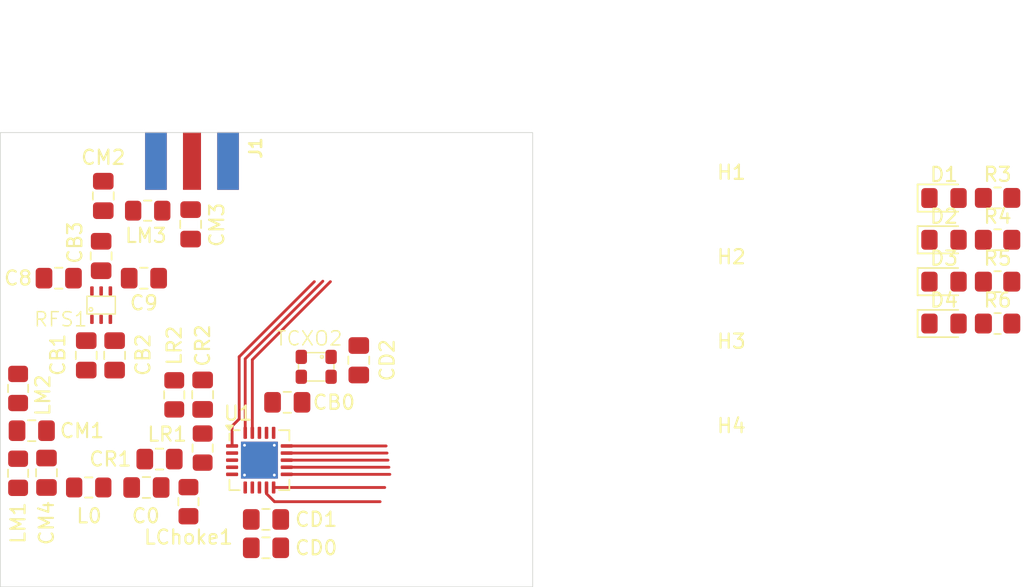
<source format=kicad_pcb>
(kicad_pcb (version 20240108) (generator "pcbnew") (generator_version "8.0")
  (layers (0 "F.Cu" signal) (31 "B.Cu" signal) (34 "B.Paste" user) (35 "F.Paste" user) (36 "B.SilkS" user "B.Silkscreen") (37 "F.SilkS" user "F.Silkscreen") (38 "B.Mask" user) (39 "F.Mask" user) (44 "Edge.Cuts" user))
  (net 0 "")
  (net 1 "TX")
  (net 2 "Net-(C0-Pad2)")
  (net 3 "RF2")
  (net 4 "Net-(RFS1-RF2)")
  (net 5 "RF1")
  (net 6 "Net-(RFS1-RF1)")
  (net 7 "Net-(RFS1-RFC)")
  (net 8 "+3.3V")
  (net 9 "XO_IN")
  (net 10 "Net-(TCXO2-OUTPUT)")
  (net 11 "GPIO3")
  (net 12 "GPIO2")
  (net 13 "Net-(CM1-Pad1)")
  (net 14 "Net-(J1-In)")
  (net 15 "Net-(CM4-Pad1)")
  (net 16 "RXn")
  (net 17 "RXp")
  (net 18 "CS")
  (net 19 "Net-(D1-A)")
  (net 20 "IRQ")
  (net 21 "Net-(D2-A)")
  (net 22 "Net-(D3-A)")
  (net 23 "SDN")
  (net 24 "Net-(D4-A)")
  (net 25 "GPIO0")
  (net 26 "GPIO1")
  (net 27 "SCLK")
  (net 28 "MISO")
  (net 29 "MOSI")
  (net 34 "GND")
  (net 35 "Net-(CB3-Pad2)")
  (footprint "Inductor_SMD:L_0805_2012Metric_Pad1.15x1.40mm_HandSolder" (layer "F.Cu") (at 109.75 95.775 90)
    (property "Reference" "LM2" (at -0.475 1.75 90) (layer "F.SilkS"))
    (property "Value" "56nH" (hide yes))
    (fp_line (start -0.261252 -0.71) (end 0.261252 -0.71) (stroke (width 0.12)) (layer "F.SilkS"))
    (fp_line (start -0.261252 0.71) (end 0.261252 0.71) (stroke (width 0.12)) (layer "F.SilkS"))
    (pad "1" smd roundrect (at -1.025 0 90) (size 1.15 1.4) (layers "F.Cu" "F.Paste" "F.Mask") (roundrect_rratio 0.217391) (net 13 "Net-(CM1-Pad1)"))
    (pad "2" smd roundrect (at 1.025 0 90) (size 1.15 1.4) (layers "F.Cu" "F.Paste" "F.Mask") (roundrect_rratio 0.217391) (net 3 "RF2"))
  )
  (footprint "MountingHole:MountingHole_2.2mm_M2" (layer "F.Cu") (at 160 95.65)
    (property "Reference" "H3" (at 0 -3.2 0) (layer "F.SilkS"))
    (property "Value" "MountingHole")
    (pad "" np_thru_hole circle (at 0 0) (size 2.2 2.2) (drill 2.2) (layers "*.Cu" "*.Mask"))
  )
  (footprint "Capacitor_SMD:C_0805_2012Metric_Pad1.18x1.45mm_HandSolder" (layer "F.Cu") (at 115.75 82.2125 90)
    (property "Reference" "CM2" (at 2.7125 0 180) (layer "F.SilkS"))
    (property "Value" "22pF" (hide yes))
    (fp_line (start -0.261252 -0.735) (end 0.261252 -0.735) (stroke (width 0.12)) (layer "F.SilkS"))
    (fp_line (start -0.261252 0.735) (end 0.261252 0.735) (stroke (width 0.12)) (layer "F.SilkS"))
    (pad "1" smd roundrect (at -1.0375 0 90) (size 1.175 1.45) (layers "F.Cu" "F.Paste" "F.Mask") (roundrect_rratio 0.212766) (net 35 "Net-(CB3-Pad2)"))
    (pad "2" smd roundrect (at 1.0375 0 90) (size 1.175 1.45) (layers "F.Cu" "F.Paste" "F.Mask") (roundrect_rratio 0.212766) (net 34 "GND"))
  )
  (footprint "Avionics:CG2409M2" (layer "F.Cu") (at 115.6 89.90455 90)
    (property "Reference" "RFS1" (at -1 -2.85 0) (layer "F.SilkS") (effects (font (thickness 0.1))))
    (property "Value" "CG2409M2" (hide yes))
    (fp_rect (start -0.625 -1) (end 0.625 1) (stroke (width 0.1)) (fill none) (layer "F.SilkS"))
    (fp_circle (center -0.3 -0.725) (end -0.175 -0.725) (stroke (width 0.1)) (fill none) (layer "F.SilkS"))
    (pad "1" smd roundrect (at -1 -0.65 90) (size 0.65 0.25) (layers "F.Cu" "F.Paste" "F.Mask") (net 6 "Net-(RFS1-RF1)"))
    (pad "2" smd roundrect (at -1 0 90) (size 0.65 0.25) (layers "F.Cu" "F.Paste" "F.Mask") (net 34 "GND"))
    (pad "3" smd roundrect (at -1 0.65 90) (size 0.65 0.25) (layers "F.Cu" "F.Paste" "F.Mask") (net 4 "Net-(RFS1-RF2)"))
    (pad "4" smd roundrect (at 1 0.65 90) (size 0.65 0.25) (layers "F.Cu" "F.Paste" "F.Mask") (net 12 "GPIO2"))
    (pad "5" smd roundrect (at 1 0 90) (size 0.65 0.25) (layers "F.Cu" "F.Paste" "F.Mask") (net 7 "Net-(RFS1-RFC)"))
    (pad "6" smd roundrect (at 1 -0.65 90) (size 0.65 0.25) (layers "F.Cu" "F.Paste" "F.Mask") (net 11 "GPIO3"))
  )
  (footprint "Capacitor_SMD:C_0805_2012Metric_Pad1.18x1.45mm_HandSolder" (layer "F.Cu") (at 114.55 93.44205 -90)
    (property "Reference" "CB1" (at -0.0375 2 90) (layer "F.SilkS"))
    (property "Value" "1u" (hide yes))
    (fp_line (start -0.261252 0.735) (end 0.261252 0.735) (stroke (width 0.12)) (layer "F.SilkS"))
    (fp_line (start -0.261252 -0.735) (end 0.261252 -0.735) (stroke (width 0.12)) (layer "F.SilkS"))
    (pad "1" smd roundrect (at -1.0375 0 270) (size 1.175 1.45) (layers "F.Cu" "F.Paste" "F.Mask") (roundrect_rratio 0.212766) (net 6 "Net-(RFS1-RF1)"))
    (pad "2" smd roundrect (at 1.0375 0 270) (size 1.175 1.45) (layers "F.Cu" "F.Paste" "F.Mask") (roundrect_rratio 0.212766) (net 5 "RF1"))
  )
  (footprint "MountingHole:MountingHole_2.2mm_M2" (layer "F.Cu") (at 160 89.7)
    (property "Reference" "H2" (at 0 -3.2 0) (layer "F.SilkS"))
    (property "Value" "MountingHole")
    (pad "" np_thru_hole circle (at 0 0) (size 2.2 2.2) (drill 2.2) (layers "*.Cu" "*.Mask"))
  )
  (footprint "LED_SMD:LED_0805_2012Metric_Pad1.15x1.40mm_HandSolder" (layer "F.Cu") (at 174.975 82.36)
    (property "Reference" "D1" (at 0 -1.65 0) (layer "F.SilkS"))
    (property "Value" "LED")
    (fp_line (start -1.86 -0.96) (end -1.86 0.96) (stroke (width 0.12)) (layer "F.SilkS"))
    (fp_line (start -1.86 0.96) (end 1 0.96) (stroke (width 0.12)) (layer "F.SilkS"))
    (fp_line (start 1 -0.96) (end -1.86 -0.96) (stroke (width 0.12)) (layer "F.SilkS"))
    (pad "1" smd roundrect (at -1.025 0) (size 1.15 1.4) (layers "F.Cu" "F.Paste" "F.Mask") (roundrect_rratio 0.217391) (net 18 "CS"))
    (pad "2" smd roundrect (at 1.025 0) (size 1.15 1.4) (layers "F.Cu" "F.Paste" "F.Mask") (roundrect_rratio 0.217391) (net 19 "Net-(D1-A)"))
  )
  (footprint "Resistor_SMD:R_0805_2012Metric_Pad1.20x1.40mm_HandSolder" (layer "F.Cu") (at 178.75 82.35)
    (property "Reference" "R3" (at 0 -1.65 0) (layer "F.SilkS"))
    (property "Value" "1k")
    (fp_line (start -0.227064 -0.735) (end 0.227064 -0.735) (stroke (width 0.12)) (layer "F.SilkS"))
    (fp_line (start -0.227064 0.735) (end 0.227064 0.735) (stroke (width 0.12)) (layer "F.SilkS"))
    (pad "1" smd roundrect (at -1 0) (size 1.2 1.4) (layers "F.Cu" "F.Paste" "F.Mask") (roundrect_rratio 0.208333) (net 19 "Net-(D1-A)"))
    (pad "2" smd roundrect (at 1 0) (size 1.2 1.4) (layers "F.Cu" "F.Paste" "F.Mask") (roundrect_rratio 0.208333) (net 34 "GND"))
  )
  (footprint "Package_DFN_QFN:QFN-20-1EP_4x4mm_P0.5mm_EP2.6x2.6mm_ThermalVias" (layer "F.Cu") (at 126.75 100.825)
    (property "Reference" "U1" (at -1.5 -3.3 0) (layer "F.SilkS"))
    (property "Value" "Si4463" (hide yes))
    (fp_line (start -2.11 -1.385) (end -2.11 -1.87) (stroke (width 0.12)) (layer "F.SilkS"))
    (fp_line (start -2.11 2.11) (end -2.11 1.385) (stroke (width 0.12)) (layer "F.SilkS"))
    (fp_line (start -1.385 -2.11) (end -1.81 -2.11) (stroke (width 0.12)) (layer "F.SilkS"))
    (fp_line (start -1.385 2.11) (end -2.11 2.11) (stroke (width 0.12)) (layer "F.SilkS"))
    (fp_line (start 1.385 -2.11) (end 2.11 -2.11) (stroke (width 0.12)) (layer "F.SilkS"))
    (fp_line (start 1.385 2.11) (end 2.11 2.11) (stroke (width 0.12)) (layer "F.SilkS"))
    (fp_line (start 2.11 -2.11) (end 2.11 -1.385) (stroke (width 0.12)) (layer "F.SilkS"))
    (fp_line (start 2.11 2.11) (end 2.11 1.385) (stroke (width 0.12)) (layer "F.SilkS"))
    (fp_poly (pts (xy -2.11 -2.11) (xy -2.35 -2.44) (xy -1.87 -2.44) (xy -2.11 -2.11)) (stroke (width 0.12)) (fill solid) (layer "F.SilkS"))
    (pad "1" smd roundrect (at -1.925 -1) (size 0.85 0.25) (layers "F.Cu" "F.Paste" "F.Mask") (net 23 "SDN"))
    (pad "2" smd roundrect (at -1.925 -0.5) (size 0.85 0.25) (layers "F.Cu" "F.Paste" "F.Mask") (net 17 "RXp"))
    (pad "3" smd roundrect (at -1.925 0) (size 0.85 0.25) (layers "F.Cu" "F.Paste" "F.Mask") (net 16 "RXn"))
    (pad "4" smd roundrect (at -1.925 0.5) (size 0.85 0.25) (layers "F.Cu" "F.Paste" "F.Mask") (net 1 "TX"))
    (pad "5" smd roundrect (at -1.925 1) (size 0.85 0.25) (layers "F.Cu" "F.Paste" "F.Mask"))
    (pad "6" smd roundrect (at -1 1.925) (size 0.25 0.85) (layers "F.Cu" "F.Paste" "F.Mask") (net 8 "+3.3V"))
    (pad "7" smd roundrect (at -0.5 1.925) (size 0.25 0.85) (layers "F.Cu" "F.Paste" "F.Mask"))
    (pad "8" smd roundrect (at 0 1.925) (size 0.25 0.85) (layers "F.Cu" "F.Paste" "F.Mask") (net 8 "+3.3V"))
    (pad "9" smd roundrect (at 0.5 1.925) (size 0.25 0.85) (layers "F.Cu" "F.Paste" "F.Mask") (net 25 "GPIO0"))
    (pad "10" smd roundrect (at 1 1.925) (size 0.25 0.85) (layers "F.Cu" "F.Paste" "F.Mask") (net 26 "GPIO1"))
    (pad "11" smd roundrect (at 1.925 1) (size 0.85 0.25) (layers "F.Cu" "F.Paste" "F.Mask") (net 20 "IRQ"))
    (pad "12" smd roundrect (at 1.925 0.5) (size 0.85 0.25) (layers "F.Cu" "F.Paste" "F.Mask") (net 27 "SCLK"))
    (pad "13" smd roundrect (at 1.925 0) (size 0.85 0.25) (layers "F.Cu" "F.Paste" "F.Mask") (net 28 "MISO"))
    (pad "14" smd roundrect (at 1.925 -0.5) (size 0.85 0.25) (layers "F.Cu" "F.Paste" "F.Mask") (net 29 "MOSI"))
    (pad "15" smd roundrect (at 1.925 -1) (size 0.85 0.25) (layers "F.Cu" "F.Paste" "F.Mask") (net 18 "CS"))
    (pad "16" smd roundrect (at 1 -1.925) (size 0.25 0.85) (layers "F.Cu" "F.Paste" "F.Mask"))
    (pad "17" smd roundrect (at 0.5 -1.925) (size 0.25 0.85) (layers "F.Cu" "F.Paste" "F.Mask") (net 9 "XO_IN"))
    (pad "18" smd roundrect (at 0 -1.925) (size 0.25 0.85) (layers "F.Cu" "F.Paste" "F.Mask") (net 34 "GND"))
    (pad "19" smd roundrect (at -0.5 -1.925) (size 0.25 0.85) (layers "F.Cu" "F.Paste" "F.Mask") (net 12 "GPIO2"))
    (pad "20" smd roundrect (at -1 -1.925) (size 0.25 0.85) (layers "F.Cu" "F.Paste" "F.Mask") (net 11 "GPIO3"))
    (pad "21" thru_hole circle (at -1.05 -1.05) (size 0.5 0.5) (drill 0.2) (property pad_prop_heatsink) (layers "*.Cu") (net 34 "GND"))
    (pad "21" thru_hole circle (at -1.05 1.05) (size 0.5 0.5) (drill 0.2) (property pad_prop_heatsink) (layers "*.Cu") (net 34 "GND"))
    (pad "21" smd rect (at 0 0) (size 2.6 2.6) (property pad_prop_heatsink) (layers "F.Cu" "F.Mask") (net 34 "GND"))
    (pad "21" smd rect (at 0 0) (size 2.6 2.6) (property pad_prop_heatsink) (layers "B.Cu") (net 34 "GND"))
    (pad "21" thru_hole circle (at 1.05 -1.05) (size 0.5 0.5) (drill 0.2) (property pad_prop_heatsink) (layers "*.Cu") (net 34 "GND"))
    (pad "21" thru_hole circle (at 1.05 1.05) (size 0.5 0.5) (drill 0.2) (property pad_prop_heatsink) (layers "*.Cu") (net 34 "GND"))
  )
  (footprint "Capacitor_SMD:C_0805_2012Metric_Pad1.18x1.45mm_HandSolder" (layer "F.Cu") (at 110.7125 98.75)
    (property "Reference" "CM1" (at 3.5375 0 0) (layer "F.SilkS"))
    (property "Value" "4.7pF" (hide yes))
    (fp_line (start -0.261252 -0.735) (end 0.261252 -0.735) (stroke (width 0.12)) (layer "F.SilkS"))
    (fp_line (start -0.261252 0.735) (end 0.261252 0.735) (stroke (width 0.12)) (layer "F.SilkS"))
    (pad "1" smd roundrect (at -1.0375 0) (size 1.175 1.45) (layers "F.Cu" "F.Paste" "F.Mask") (roundrect_rratio 0.212766) (net 13 "Net-(CM1-Pad1)"))
    (pad "2" smd roundrect (at 1.0375 0) (size 1.175 1.45) (layers "F.Cu" "F.Paste" "F.Mask") (roundrect_rratio 0.212766) (net 34 "GND"))
  )
  (footprint "LED_SMD:LED_0805_2012Metric_Pad1.15x1.40mm_HandSolder" (layer "F.Cu") (at 174.975 91.2)
    (property "Reference" "D4" (at 0 -1.65 0) (layer "F.SilkS"))
    (property "Value" "LED")
    (fp_line (start -1.86 -0.96) (end -1.86 0.96) (stroke (width 0.12)) (layer "F.SilkS"))
    (fp_line (start -1.86 0.96) (end 1 0.96) (stroke (width 0.12)) (layer "F.SilkS"))
    (fp_line (start 1 -0.96) (end -1.86 -0.96) (stroke (width 0.12)) (layer "F.SilkS"))
    (pad "1" smd roundrect (at -1.025 0) (size 1.15 1.4) (layers "F.Cu" "F.Paste" "F.Mask") (roundrect_rratio 0.217391) (net 8 "+3.3V"))
    (pad "2" smd roundrect (at 1.025 0) (size 1.15 1.4) (layers "F.Cu" "F.Paste" "F.Mask") (roundrect_rratio 0.217391) (net 24 "Net-(D4-A)"))
  )
  (footprint "Capacitor_SMD:C_0805_2012Metric_Pad1.18x1.45mm_HandSolder" (layer "F.Cu") (at 127.2125 105 180)
    (property "Reference" "CD1" (at -3.5375 0 0) (layer "F.SilkS"))
    (property "Value" "10uF" (hide yes))
    (fp_line (start -0.261252 0.735) (end 0.261252 0.735) (stroke (width 0.12)) (layer "F.SilkS"))
    (fp_line (start -0.261252 -0.735) (end 0.261252 -0.735) (stroke (width 0.12)) (layer "F.SilkS"))
    (pad "1" smd roundrect (at -1.0375 0 180) (size 1.175 1.45) (layers "F.Cu" "F.Paste" "F.Mask") (roundrect_rratio 0.212766) (net 34 "GND"))
    (pad "2" smd roundrect (at 1.0375 0 180) (size 1.175 1.45) (layers "F.Cu" "F.Paste" "F.Mask") (roundrect_rratio 0.212766) (net 8 "+3.3V"))
  )
  (footprint "Capacitor_SMD:C_0805_2012Metric_Pad1.18x1.45mm_HandSolder" (layer "F.Cu") (at 127.2125 107 180)
    (property "Reference" "CD0" (at -3.5375 0 0) (layer "F.SilkS"))
    (property "Value" "10uF" (hide yes))
    (fp_line (start -0.261252 0.735) (end 0.261252 0.735) (stroke (width 0.12)) (layer "F.SilkS"))
    (fp_line (start -0.261252 -0.735) (end 0.261252 -0.735) (stroke (width 0.12)) (layer "F.SilkS"))
    (pad "1" smd roundrect (at -1.0375 0 180) (size 1.175 1.45) (layers "F.Cu" "F.Paste" "F.Mask") (roundrect_rratio 0.212766) (net 34 "GND"))
    (pad "2" smd roundrect (at 1.0375 0 180) (size 1.175 1.45) (layers "F.Cu" "F.Paste" "F.Mask") (roundrect_rratio 0.212766) (net 8 "+3.3V"))
  )
  (footprint "Resistor_SMD:R_0805_2012Metric_Pad1.20x1.40mm_HandSolder" (layer "F.Cu") (at 178.75 85.3)
    (property "Reference" "R4" (at 0 -1.65 0) (layer "F.SilkS"))
    (property "Value" "1k")
    (fp_line (start -0.227064 -0.735) (end 0.227064 -0.735) (stroke (width 0.12)) (layer "F.SilkS"))
    (fp_line (start -0.227064 0.735) (end 0.227064 0.735) (stroke (width 0.12)) (layer "F.SilkS"))
    (pad "1" smd roundrect (at -1 0) (size 1.2 1.4) (layers "F.Cu" "F.Paste" "F.Mask") (roundrect_rratio 0.208333) (net 21 "Net-(D2-A)"))
    (pad "2" smd roundrect (at 1 0) (size 1.2 1.4) (layers "F.Cu" "F.Paste" "F.Mask") (roundrect_rratio 0.208333) (net 34 "GND"))
  )
  (footprint "Capacitor_SMD:C_0805_2012Metric_Pad1.18x1.45mm_HandSolder" (layer "F.Cu") (at 111.75 101.7125 90)
    (property "Reference" "CM4" (at -3.5375 0 90) (layer "F.SilkS"))
    (property "Value" "15pF" (hide yes))
    (fp_line (start -0.261252 -0.735) (end 0.261252 -0.735) (stroke (width 0.12)) (layer "F.SilkS"))
    (fp_line (start -0.261252 0.735) (end 0.261252 0.735) (stroke (width 0.12)) (layer "F.SilkS"))
    (pad "1" smd roundrect (at -1.0375 0 90) (size 1.175 1.45) (layers "F.Cu" "F.Paste" "F.Mask") (roundrect_rratio 0.212766) (net 15 "Net-(CM4-Pad1)"))
    (pad "2" smd roundrect (at 1.0375 0 90) (size 1.175 1.45) (layers "F.Cu" "F.Paste" "F.Mask") (roundrect_rratio 0.212766) (net 34 "GND"))
  )
  (footprint "Resistor_SMD:R_0805_2012Metric_Pad1.20x1.40mm_HandSolder" (layer "F.Cu") (at 178.75 88.25)
    (property "Reference" "R5" (at 0 -1.65 0) (layer "F.SilkS"))
    (property "Value" "1k")
    (fp_line (start -0.227064 -0.735) (end 0.227064 -0.735) (stroke (width 0.12)) (layer "F.SilkS"))
    (fp_line (start -0.227064 0.735) (end 0.227064 0.735) (stroke (width 0.12)) (layer "F.SilkS"))
    (pad "1" smd roundrect (at -1 0) (size 1.2 1.4) (layers "F.Cu" "F.Paste" "F.Mask") (roundrect_rratio 0.208333) (net 22 "Net-(D3-A)"))
    (pad "2" smd roundrect (at 1 0) (size 1.2 1.4) (layers "F.Cu" "F.Paste" "F.Mask") (roundrect_rratio 0.208333) (net 34 "GND"))
  )
  (footprint "Capacitor_SMD:C_0805_2012Metric_Pad1.18x1.45mm_HandSolder" (layer "F.Cu") (at 128.7125 96.75)
    (property "Reference" "CB0" (at 3.2875 0 0) (layer "F.SilkS"))
    (property "Value" "10nF" (hide yes))
    (fp_line (start -0.261252 -0.735) (end 0.261252 -0.735) (stroke (width 0.12)) (layer "F.SilkS"))
    (fp_line (start -0.261252 0.735) (end 0.261252 0.735) (stroke (width 0.12)) (layer "F.SilkS"))
    (pad "1" smd roundrect (at -1.0375 0) (size 1.175 1.45) (layers "F.Cu" "F.Paste" "F.Mask") (roundrect_rratio 0.212766) (net 9 "XO_IN"))
    (pad "2" smd roundrect (at 1.0375 0) (size 1.175 1.45) (layers "F.Cu" "F.Paste" "F.Mask") (roundrect_rratio 0.212766) (net 10 "Net-(TCXO2-OUTPUT)"))
  )
  (footprint "Inductor_SMD:L_0805_2012Metric_Pad1.15x1.40mm_HandSolder" (layer "F.Cu") (at 120.75 96.225 90)
    (property "Reference" "LR2" (at 3.475 0 90) (layer "F.SilkS"))
    (property "Value" "56nH" (hide yes))
    (fp_line (start -0.261252 -0.71) (end 0.261252 -0.71) (stroke (width 0.12)) (layer "F.SilkS"))
    (fp_line (start -0.261252 0.71) (end 0.261252 0.71) (stroke (width 0.12)) (layer "F.SilkS"))
    (pad "1" smd roundrect (at -1.025 0 90) (size 1.15 1.4) (layers "F.Cu" "F.Paste" "F.Mask") (roundrect_rratio 0.217391) (net 16 "RXn"))
    (pad "2" smd roundrect (at 1.025 0 90) (size 1.15 1.4) (layers "F.Cu" "F.Paste" "F.Mask") (roundrect_rratio 0.217391) (net 5 "RF1"))
  )
  (footprint "LED_SMD:LED_0805_2012Metric_Pad1.15x1.40mm_HandSolder" (layer "F.Cu") (at 174.975 88.25)
    (property "Reference" "D3" (at 0 -1.65 0) (layer "F.SilkS"))
    (property "Value" "LED")
    (fp_line (start -1.86 -0.96) (end -1.86 0.96) (stroke (width 0.12)) (layer "F.SilkS"))
    (fp_line (start -1.86 0.96) (end 1 0.96) (stroke (width 0.12)) (layer "F.SilkS"))
    (fp_line (start 1 -0.96) (end -1.86 -0.96) (stroke (width 0.12)) (layer "F.SilkS"))
    (pad "1" smd roundrect (at -1.025 0) (size 1.15 1.4) (layers "F.Cu" "F.Paste" "F.Mask") (roundrect_rratio 0.217391) (net 23 "SDN"))
    (pad "2" smd roundrect (at 1.025 0) (size 1.15 1.4) (layers "F.Cu" "F.Paste" "F.Mask") (roundrect_rratio 0.217391) (net 22 "Net-(D3-A)"))
  )
  (footprint "Capacitor_SMD:C_0805_2012Metric_Pad1.18x1.45mm_HandSolder" (layer "F.Cu") (at 121.90455 84.2125 -90)
    (property "Reference" "CM3" (at 0.0375 -1.84545 90) (layer "F.SilkS"))
    (property "Value" "22pF" (hide yes))
    (fp_line (start -0.261252 0.735) (end 0.261252 0.735) (stroke (width 0.12)) (layer "F.SilkS"))
    (fp_line (start -0.261252 -0.735) (end 0.261252 -0.735) (stroke (width 0.12)) (layer "F.SilkS"))
    (pad "1" smd roundrect (at -1.0375 0 270) (size 1.175 1.45) (layers "F.Cu" "F.Paste" "F.Mask") (roundrect_rratio 0.212766) (net 14 "Net-(J1-In)"))
    (pad "2" smd roundrect (at 1.0375 0 270) (size 1.175 1.45) (layers "F.Cu" "F.Paste" "F.Mask") (roundrect_rratio 0.212766) (net 34 "GND"))
  )
  (footprint "Inductor_SMD:L_0805_2012Metric_Pad1.15x1.40mm_HandSolder" (layer "F.Cu") (at 109.75 101.75 90)
    (property "Reference" "LM1" (at -3.5 0 90) (layer "F.SilkS"))
    (property "Value" "56nH" (hide yes))
    (fp_line (start -0.261252 -0.71) (end 0.261252 -0.71) (stroke (width 0.12)) (layer "F.SilkS"))
    (fp_line (start -0.261252 0.71) (end 0.261252 0.71) (stroke (width 0.12)) (layer "F.SilkS"))
    (pad "1" smd roundrect (at -1.025 0 90) (size 1.15 1.4) (layers "F.Cu" "F.Paste" "F.Mask") (roundrect_rratio 0.217391) (net 15 "Net-(CM4-Pad1)"))
    (pad "2" smd roundrect (at 1.025 0 90) (size 1.15 1.4) (layers "F.Cu" "F.Paste" "F.Mask") (roundrect_rratio 0.217391) (net 13 "Net-(CM1-Pad1)"))
  )
  (footprint "Capacitor_SMD:C_0805_2012Metric_Pad1.18x1.45mm_HandSolder" (layer "F.Cu") (at 116.55 93.44205 90)
    (property "Reference" "CB2" (at 0.0375 2 90) (layer "F.SilkS"))
    (property "Value" "1u" (hide yes))
    (fp_line (start -0.261252 -0.735) (end 0.261252 -0.735) (stroke (width 0.12)) (layer "F.SilkS"))
    (fp_line (start -0.261252 0.735) (end 0.261252 0.735) (stroke (width 0.12)) (layer "F.SilkS"))
    (pad "1" smd roundrect (at -1.0375 0 90) (size 1.175 1.45) (layers "F.Cu" "F.Paste" "F.Mask") (roundrect_rratio 0.212766) (net 3 "RF2"))
    (pad "2" smd roundrect (at 1.0375 0 90) (size 1.175 1.45) (layers "F.Cu" "F.Paste" "F.Mask") (roundrect_rratio 0.212766) (net 4 "Net-(RFS1-RF2)"))
  )
  (footprint "Capacitor_SMD:C_0805_2012Metric_Pad1.18x1.45mm_HandSolder" (layer "F.Cu") (at 133.75 93.7875 90)
    (property "Reference" "CD2" (at 0 2 90) (layer "F.SilkS"))
    (property "Value" "10uF" (hide yes))
    (fp_line (start -0.261252 -0.735) (end 0.261252 -0.735) (stroke (width 0.12)) (layer "F.SilkS"))
    (fp_line (start -0.261252 0.735) (end 0.261252 0.735) (stroke (width 0.12)) (layer "F.SilkS"))
    (pad "1" smd roundrect (at -1.0375 0 90) (size 1.175 1.45) (layers "F.Cu" "F.Paste" "F.Mask") (roundrect_rratio 0.212766) (net 8 "+3.3V"))
    (pad "2" smd roundrect (at 1.0375 0 90) (size 1.175 1.45) (layers "F.Cu" "F.Paste" "F.Mask") (roundrect_rratio 0.212766) (net 34 "GND"))
  )
  (footprint "MountingHole:MountingHole_2.2mm_M2" (layer "F.Cu") (at 160 101.6)
    (property "Reference" "H4" (at 0 -3.2 0) (layer "F.SilkS"))
    (property "Value" "MountingHole")
    (pad "" np_thru_hole circle (at 0 0) (size 2.2 2.2) (drill 2.2) (layers "*.Cu" "*.Mask"))
  )
  (footprint "Inductor_SMD:L_0805_2012Metric_Pad1.15x1.40mm_HandSolder" (layer "F.Cu") (at 121.75 103.75 90)
    (property "Reference" "LChoke1" (at -2.5 0 0) (layer "F.SilkS"))
    (property "Value" "220nH" (hide yes))
    (fp_line (start -0.261252 -0.71) (end 0.261252 -0.71) (stroke (width 0.12)) (layer "F.SilkS"))
    (fp_line (start -0.261252 0.71) (end 0.261252 0.71) (stroke (width 0.12)) (layer "F.SilkS"))
    (pad "1" smd roundrect (at -1.025 0 90) (size 1.15 1.4) (layers "F.Cu" "F.Paste" "F.Mask") (roundrect_rratio 0.217391) (net 8 "+3.3V"))
    (pad "2" smd roundrect (at 1.025 0 90) (size 1.15 1.4) (layers "F.Cu" "F.Paste" "F.Mask") (roundrect_rratio 0.217391) (net 1 "TX"))
  )
  (footprint "Capacitor_SMD:C_0805_2012Metric_Pad1.18x1.45mm_HandSolder" (layer "F.Cu") (at 115.6 86.44205 90)
    (property "Reference" "CB3" (at 0.94205 -1.85 90) (layer "F.SilkS"))
    (property "Value" "1u" (hide yes))
    (fp_line (start -0.261252 -0.735) (end 0.261252 -0.735) (stroke (width 0.12)) (layer "F.SilkS"))
    (fp_line (start -0.261252 0.735) (end 0.261252 0.735) (stroke (width 0.12)) (layer "F.SilkS"))
    (pad "1" smd roundrect (at -1.0375 0 90) (size 1.175 1.45) (layers "F.Cu" "F.Paste" "F.Mask") (roundrect_rratio 0.212766) (net 7 "Net-(RFS1-RFC)"))
    (pad "2" smd roundrect (at 1.0375 0 90) (size 1.175 1.45) (layers "F.Cu" "F.Paste" "F.Mask") (roundrect_rratio 0.212766) (net 35 "Net-(CB3-Pad2)"))
  )
  (footprint "Capacitor_SMD:C_0805_2012Metric_Pad1.18x1.45mm_HandSolder" (layer "F.Cu") (at 118.7875 102.75 180)
    (property "Reference" "C0" (at 0.0375 -2 0) (layer "F.SilkS"))
    (property "Value" "9.1pF" (hide yes))
    (fp_line (start -0.261252 0.735) (end 0.261252 0.735) (stroke (width 0.12)) (layer "F.SilkS"))
    (fp_line (start -0.261252 -0.735) (end 0.261252 -0.735) (stroke (width 0.12)) (layer "F.SilkS"))
    (pad "1" smd roundrect (at -1.0375 0 180) (size 1.175 1.45) (layers "F.Cu" "F.Paste" "F.Mask") (roundrect_rratio 0.212766) (net 1 "TX"))
    (pad "2" smd roundrect (at 1.0375 0 180) (size 1.175 1.45) (layers "F.Cu" "F.Paste" "F.Mask") (roundrect_rratio 0.212766) (net 2 "Net-(C0-Pad2)"))
  )
  (footprint "Capacitor_SMD:C_0805_2012Metric_Pad1.18x1.45mm_HandSolder" (layer "F.Cu") (at 112.6125 88.00455)
    (property "Reference" "C8" (at -2.8625 -0.00455 0) (layer "F.SilkS"))
    (property "Value" "1uF" (hide yes))
    (fp_line (start -0.261252 -0.735) (end 0.261252 -0.735) (stroke (width 0.12)) (layer "F.SilkS"))
    (fp_line (start -0.261252 0.735) (end 0.261252 0.735) (stroke (width 0.12)) (layer "F.SilkS"))
    (pad "1" smd roundrect (at -1.0375 0) (size 1.175 1.45) (layers "F.Cu" "F.Paste" "F.Mask") (roundrect_rratio 0.212766) (net 34 "GND"))
    (pad "2" smd roundrect (at 1.0375 0) (size 1.175 1.45) (layers "F.Cu" "F.Paste" "F.Mask") (roundrect_rratio 0.212766) (net 11 "GPIO3"))
  )
  (footprint "Inductor_SMD:L_0805_2012Metric_Pad1.15x1.40mm_HandSolder" (layer "F.Cu") (at 122.75 99.975 90)
    (property "Reference" "LR1" (at 0.975 -2.5 0) (layer "F.SilkS"))
    (property "Value" "62nH" (hide yes))
    (fp_line (start -0.261252 -0.71) (end 0.261252 -0.71) (stroke (width 0.12)) (layer "F.SilkS"))
    (fp_line (start -0.261252 0.71) (end 0.261252 0.71) (stroke (width 0.12)) (layer "F.SilkS"))
    (pad "1" smd roundrect (at -1.025 0 90) (size 1.15 1.4) (layers "F.Cu" "F.Paste" "F.Mask") (roundrect_rratio 0.217391) (net 16 "RXn"))
    (pad "2" smd roundrect (at 1.025 0 90) (size 1.15 1.4) (layers "F.Cu" "F.Paste" "F.Mask") (roundrect_rratio 0.217391) (net 17 "RXp"))
  )
  (footprint "Capacitor_SMD:C_0805_2012Metric_Pad1.18x1.45mm_HandSolder" (layer "F.Cu") (at 122.75 96.2125 90)
    (property "Reference" "CR2" (at 3.4625 0 90) (layer "F.SilkS"))
    (property "Value" "2.2pF" (hide yes))
    (fp_line (start -0.261252 -0.735) (end 0.261252 -0.735) (stroke (width 0.12)) (layer "F.SilkS"))
    (fp_line (start -0.261252 0.735) (end 0.261252 0.735) (stroke (width 0.12)) (layer "F.SilkS"))
    (pad "1" smd roundrect (at -1.0375 0 90) (size 1.175 1.45) (layers "F.Cu" "F.Paste" "F.Mask") (roundrect_rratio 0.212766) (net 17 "RXp"))
    (pad "2" smd roundrect (at 1.0375 0 90) (size 1.175 1.45) (layers "F.Cu" "F.Paste" "F.Mask") (roundrect_rratio 0.212766) (net 5 "RF1"))
  )
  (footprint "Inductor_SMD:L_0805_2012Metric_Pad1.15x1.40mm_HandSolder" (layer "F.Cu") (at 118.87955 83.25)
    (property "Reference" "LM3" (at -0.12955 1.75 0) (layer "F.SilkS"))
    (property "Value" "10nH" (hide yes))
    (fp_line (start -0.261252 -0.71) (end 0.261252 -0.71) (stroke (width 0.12)) (layer "F.SilkS"))
    (fp_line (start -0.261252 0.71) (end 0.261252 0.71) (stroke (width 0.12)) (layer "F.SilkS"))
    (pad "1" smd roundrect (at -1.025 0) (size 1.15 1.4) (layers "F.Cu" "F.Paste" "F.Mask") (roundrect_rratio 0.217391) (net 35 "Net-(CB3-Pad2)"))
    (pad "2" smd roundrect (at 1.025 0) (size 1.15 1.4) (layers "F.Cu" "F.Paste" "F.Mask") (roundrect_rratio 0.217391) (net 14 "Net-(J1-In)"))
  )
  (footprint "Avionics:TG2520SMN" (layer "F.Cu") (at 130.75 94.25 180)
    (property "Reference" "TCXO2" (at 0.5 2 0) (layer "F.SilkS") (effects (font (thickness 0.1))))
    (property "Value" "TG2520SMN" (hide yes))
    (fp_line (start 1.25 -0.15) (end 1.25 0.15) (stroke (width 0.1)) (layer "F.SilkS"))
    (fp_line (start 0.6 -1) (end -0.6 -1) (stroke (width 0.1)) (layer "F.SilkS"))
    (fp_line (start -0.6 1) (end 0.6 1) (stroke (width 0.1)) (layer "F.SilkS"))
    (fp_line (start -1.25 -0.15) (end -1.25 0.15) (stroke (width 0.1)) (layer "F.SilkS"))
    (fp_circle (center -0.4 0.7) (end -0.3 0.7) (stroke (width 0.1)) (fill none) (layer "F.SilkS"))
    (pad "1" smd roundrect (at -1.05 0.7 180) (size 0.8 1) (layers "F.Cu" "F.Paste" "F.Mask"))
    (pad "2" smd roundrect (at 1.05 0.7 180) (size 0.8 1) (layers "F.Cu" "F.Paste" "F.Mask") (net 34 "GND"))
    (pad "3" smd roundrect (at 1.05 -0.7 180) (size 0.8 1) (layers "F.Cu" "F.Paste" "F.Mask") (net 10 "Net-(TCXO2-OUTPUT)"))
    (pad "4" smd roundrect (at -1.05 -0.7 180) (size 0.8 1) (layers "F.Cu" "F.Paste" "F.Mask") (net 8 "+3.3V"))
  )
  (footprint "adafruit:SMA_EDGELAUNCH" (layer "F.Cu") (at 122 77.718 -90)
    (property "Reference" "J1" (at 0.282 -4 90) (layer "F.SilkS") (effects (font (size 0.83312 0.83312) (thickness 0.18288)) (justify right top)))
    (property "Value" "SMA" (hide yes))
    (pad "1" smd rect (at 2.032 0) (size 1.27 4.064) (layers "F.Cu" "F.Mask") (net 14 "Net-(J1-In)"))
    (pad "2" smd rect (at 2.032 -2.54) (size 1.524 4.064) (layers "F.Cu" "F.Mask") (net 34 "GND"))
    (pad "2" smd rect (at 2.032 -2.54) (size 1.524 4.064) (layers "B.Cu" "B.Mask") (net 34 "GND"))
    (pad "2" smd rect (at 2.032 2.54) (size 1.524 4.064) (layers "F.Cu" "F.Mask") (net 34 "GND"))
    (pad "2" smd rect (at 2.032 2.54) (size 1.524 4.064) (layers "B.Cu" "B.Mask") (net 34 "GND"))
  )
  (footprint "Resistor_SMD:R_0805_2012Metric_Pad1.20x1.40mm_HandSolder" (layer "F.Cu") (at 178.75 91.2)
    (property "Reference" "R6" (at 0 -1.65 0) (layer "F.SilkS"))
    (property "Value" "1k")
    (fp_line (start -0.227064 -0.735) (end 0.227064 -0.735) (stroke (width 0.12)) (layer "F.SilkS"))
    (fp_line (start -0.227064 0.735) (end 0.227064 0.735) (stroke (width 0.12)) (layer "F.SilkS"))
    (pad "1" smd roundrect (at -1 0) (size 1.2 1.4) (layers "F.Cu" "F.Paste" "F.Mask") (roundrect_rratio 0.208333) (net 24 "Net-(D4-A)"))
    (pad "2" smd roundrect (at 1 0) (size 1.2 1.4) (layers "F.Cu" "F.Paste" "F.Mask") (roundrect_rratio 0.208333) (net 34 "GND"))
  )
  (footprint "Inductor_SMD:L_0805_2012Metric_Pad1.15x1.40mm_HandSolder" (layer "F.Cu") (at 114.725 102.75)
    (property "Reference" "L0" (at 0.025 2 0) (layer "F.SilkS"))
    (property "Value" "33nH" (hide yes))
    (fp_line (start -0.261252 -0.71) (end 0.261252 -0.71) (stroke (width 0.12)) (layer "F.SilkS"))
    (fp_line (start -0.261252 0.71) (end 0.261252 0.71) (stroke (width 0.12)) (layer "F.SilkS"))
    (pad "1" smd roundrect (at -1.025 0) (size 1.15 1.4) (layers "F.Cu" "F.Paste" "F.Mask") (roundrect_rratio 0.217391) (net 2 "Net-(C0-Pad2)"))
    (pad "2" smd roundrect (at 1.025 0) (size 1.15 1.4) (layers "F.Cu" "F.Paste" "F.Mask") (roundrect_rratio 0.217391) (net 15 "Net-(CM4-Pad1)"))
  )
  (footprint "Capacitor_SMD:C_0805_2012Metric_Pad1.18x1.45mm_HandSolder" (layer "F.Cu") (at 118.6125 88.00455)
    (property "Reference" "C9" (at 0 1.74545 0) (layer "F.SilkS"))
    (property "Value" "1uF" (hide yes))
    (fp_line (start -0.261252 -0.735) (end 0.261252 -0.735) (stroke (width 0.12)) (layer "F.SilkS"))
    (fp_line (start -0.261252 0.735) (end 0.261252 0.735) (stroke (width 0.12)) (layer "F.SilkS"))
    (pad "1" smd roundrect (at -1.0375 0) (size 1.175 1.45) (layers "F.Cu" "F.Paste" "F.Mask") (roundrect_rratio 0.212766) (net 12 "GPIO2"))
    (pad "2" smd roundrect (at 1.0375 0) (size 1.175 1.45) (layers "F.Cu" "F.Paste" "F.Mask") (roundrect_rratio 0.212766) (net 34 "GND"))
  )
  (footprint "Capacitor_SMD:C_0805_2012Metric_Pad1.18x1.45mm_HandSolder" (layer "F.Cu") (at 119.7125 100.75)
    (property "Reference" "CR1" (at -3.4625 0 0) (layer "F.SilkS"))
    (property "Value" "4.7pF" (hide yes))
    (fp_line (start -0.261252 -0.735) (end 0.261252 -0.735) (stroke (width 0.12)) (layer "F.SilkS"))
    (fp_line (start -0.261252 0.735) (end 0.261252 0.735) (stroke (width 0.12)) (layer "F.SilkS"))
    (pad "1" smd roundrect (at -1.0375 0) (size 1.175 1.45) (layers "F.Cu" "F.Paste" "F.Mask") (roundrect_rratio 0.212766) (net 34 "GND"))
    (pad "2" smd roundrect (at 1.0375 0) (size 1.175 1.45) (layers "F.Cu" "F.Paste" "F.Mask") (roundrect_rratio 0.212766) (net 16 "RXn"))
  )
  (footprint "MountingHole:MountingHole_2.2mm_M2" (layer "F.Cu") (at 160 83.75)
    (property "Reference" "H1" (at 0 -3.2 0) (layer "F.SilkS"))
    (property "Value" "MountingHole")
    (pad "" np_thru_hole circle (at 0 0) (size 2.2 2.2) (drill 2.2) (layers "*.Cu" "*.Mask"))
  )
  (footprint "LED_SMD:LED_0805_2012Metric_Pad1.15x1.40mm_HandSolder" (layer "F.Cu") (at 174.975 85.3)
    (property "Reference" "D2" (at 0 -1.65 0) (layer "F.SilkS"))
    (property "Value" "LED")
    (fp_line (start -1.86 -0.96) (end -1.86 0.96) (stroke (width 0.12)) (layer "F.SilkS"))
    (fp_line (start -1.86 0.96) (end 1 0.96) (stroke (width 0.12)) (layer "F.SilkS"))
    (fp_line (start 1 -0.96) (end -1.86 -0.96) (stroke (width 0.12)) (layer "F.SilkS"))
    (pad "1" smd roundrect (at -1.025 0) (size 1.15 1.4) (layers "F.Cu" "F.Paste" "F.Mask") (roundrect_rratio 0.217391) (net 20 "IRQ"))
    (pad "2" smd roundrect (at 1.025 0) (size 1.15 1.4) (layers "F.Cu" "F.Paste" "F.Mask") (roundrect_rratio 0.217391) (net 21 "Net-(D2-A)"))
  )
  (gr_rect (start 108.5 77.75) (end 146 109.75) (stroke (width 0.05)) (fill none) (layer "Edge.Cuts"))
  (segment (start 125.75 93.684314) (end 131.217157 88.217157) (width 0.2) (layer "F.Cu") (net 11))
  (segment (start 125.75 98.9) (end 125.75 93.684314) (width 0.2) (layer "F.Cu") (net 11))
  (segment (start 126.25 98.9) (end 126.25 93.75) (width 0.2) (layer "F.Cu") (net 12))
  (segment (start 126.25 93.75) (end 131.75 88.25) (width 0.2) (layer "F.Cu") (net 12))
  (segment (start 128.675 99.825) (end 135.675 99.825) (width 0.2) (layer "F.Cu") (net 18))
  (segment (start 128.675 101.825) (end 135.937744 101.825) (width 0.2) (layer "F.Cu") (net 20))
  (segment (start 125.325 93.543629) (end 125.35 93.518629) (width 0.2) (layer "F.Cu") (net 23))
  (segment (start 125.325 97.925) (end 125.325 93.543629) (width 0.2) (layer "F.Cu") (net 23))
  (segment (start 125.35 93.518628) (end 130.618629 88.25) (width 0.2) (layer "F.Cu") (net 23))
  (segment (start 124.825 99.825) (end 124.825 98.425) (width 0.2) (layer "F.Cu") (net 23))
  (segment (start 125.35 93.518629) (end 125.35 93.518628) (width 0.2) (layer "F.Cu") (net 23))
  (segment (start 124.825 98.425) (end 125.325 97.925) (width 0.2) (layer "F.Cu") (net 23))
  (segment (start 127.25 102.75) (end 127.25 103.189386) (width 0.2) (layer "F.Cu") (net 25))
  (segment (start 127.25 103.189386) (end 127.810614 103.75) (width 0.2) (layer "F.Cu") (net 25))
  (segment (start 127.810614 103.75) (end 135.25 103.75) (width 0.2) (layer "F.Cu") (net 25))
  (segment (start 127.75 102.75) (end 135.57843 102.75) (width 0.2) (layer "F.Cu") (net 26))
  (segment (start 128.675 101.325) (end 135.872058 101.325) (width 0.2) (layer "F.Cu") (net 27))
  (segment (start 128.675 100.825) (end 135.806372 100.825) (width 0.2) (layer "F.Cu") (net 28))
  (segment (start 128.675 100.325) (end 135.740686 100.325) (width 0.2) (layer "F.Cu") (net 29))
)
</source>
